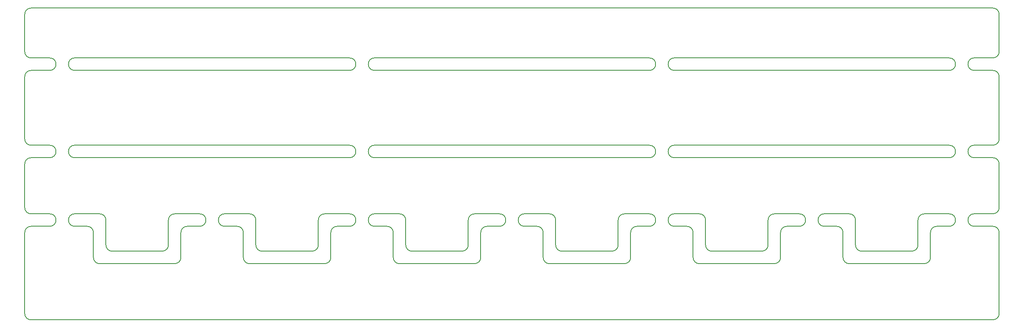
<source format=gm1>
G04 #@! TF.FileFunction,Profile,NP*
%FSLAX46Y46*%
G04 Gerber Fmt 4.6, Leading zero omitted, Abs format (unit mm)*
G04 Created by KiCad (PCBNEW 4.0.1-3.201512221401+6198~38~ubuntu15.10.1-stable) date Fri Feb 19 22:01:03 2016*
%MOMM*%
G01*
G04 APERTURE LIST*
%ADD10C,0.101600*%
%ADD11C,0.150000*%
G04 APERTURE END LIST*
D10*
D11*
X5080000Y50800000D02*
G75*
G03X5080000Y53340000I0J1270000D01*
G01*
X10160000Y53340000D02*
G75*
G03X10160000Y50800000I0J-1270000D01*
G01*
X5080000Y50800000D02*
X1270000Y50800000D01*
X1270000Y53340000D02*
X5080000Y53340000D01*
X5080000Y19050000D02*
X1270000Y19050000D01*
X5080000Y21590000D02*
X1270000Y21590000D01*
X5080000Y19050000D02*
G75*
G03X5080000Y21590000I0J1270000D01*
G01*
X10160000Y21590000D02*
G75*
G03X10160000Y19050000I0J-1270000D01*
G01*
X10160000Y35560000D02*
G75*
G03X10160000Y33020000I0J-1270000D01*
G01*
X5080000Y33020000D02*
G75*
G03X5080000Y35560000I0J1270000D01*
G01*
X5080000Y33020000D02*
X1270000Y33020000D01*
X1270000Y35560000D02*
X5080000Y35560000D01*
X12700000Y19050000D02*
X10160000Y19050000D01*
X15240000Y21590000D02*
X10160000Y21590000D01*
X16510000Y20320000D02*
G75*
G03X15240000Y21590000I-1270000J0D01*
G01*
X13970000Y17780000D02*
G75*
G03X12700000Y19050000I-1270000J0D01*
G01*
X13970000Y12700000D02*
X13970000Y17780000D01*
X16510000Y15240000D02*
X16510000Y20320000D01*
X13970000Y12700000D02*
G75*
G03X15240000Y11430000I1270000J0D01*
G01*
X16510000Y15240000D02*
G75*
G03X17780000Y13970000I1270000J0D01*
G01*
X30480000Y11430000D02*
X15240000Y11430000D01*
X27940000Y13970000D02*
X17780000Y13970000D01*
X66040000Y33020000D02*
G75*
G03X66040000Y35560000I0J1270000D01*
G01*
X71120000Y35560000D02*
G75*
G03X71120000Y33020000I0J-1270000D01*
G01*
X127000000Y33020000D02*
G75*
G03X127000000Y35560000I0J1270000D01*
G01*
X132080000Y35560000D02*
G75*
G03X132080000Y33020000I0J-1270000D01*
G01*
X187960000Y33020000D02*
G75*
G03X187960000Y35560000I0J1270000D01*
G01*
X193040000Y35560000D02*
G75*
G03X193040000Y33020000I0J-1270000D01*
G01*
X193040000Y53340000D02*
G75*
G03X193040000Y50800000I0J-1270000D01*
G01*
X187960000Y50800000D02*
G75*
G03X187960000Y53340000I0J1270000D01*
G01*
X132080000Y53340000D02*
G75*
G03X132080000Y50800000I0J-1270000D01*
G01*
X127000000Y50800000D02*
G75*
G03X127000000Y53340000I0J1270000D01*
G01*
X71120000Y53340000D02*
G75*
G03X71120000Y50800000I0J-1270000D01*
G01*
X66040000Y50800000D02*
G75*
G03X66040000Y53340000I0J1270000D01*
G01*
X1270000Y63500000D02*
G75*
G03X0Y62230000I0J-1270000D01*
G01*
X0Y62230000D02*
X0Y54610000D01*
X196850000Y63500000D02*
X1270000Y63500000D01*
X198120000Y62230000D02*
X198120000Y54610000D01*
X198120000Y62230000D02*
G75*
G03X196850000Y63500000I-1270000J0D01*
G01*
X196850000Y53340000D02*
G75*
G03X198120000Y54610000I0J1270000D01*
G01*
X198120000Y49530000D02*
X198120000Y36830000D01*
X196850000Y35560000D02*
G75*
G03X198120000Y36830000I0J1270000D01*
G01*
X198120000Y49530000D02*
G75*
G03X196850000Y50800000I-1270000J0D01*
G01*
X0Y49530000D02*
X0Y36830000D01*
X0Y36830000D02*
G75*
G03X1270000Y35560000I1270000J0D01*
G01*
X0Y54610000D02*
G75*
G03X1270000Y53340000I1270000J0D01*
G01*
X1270000Y50800000D02*
G75*
G03X0Y49530000I0J-1270000D01*
G01*
X193040000Y33020000D02*
X196850000Y33020000D01*
X132080000Y33020000D02*
X187960000Y33020000D01*
X71120000Y33020000D02*
X127000000Y33020000D01*
X10160000Y33020000D02*
X66040000Y33020000D01*
X193040000Y53340000D02*
X196850000Y53340000D01*
X132080000Y53340000D02*
X187960000Y53340000D01*
X71120000Y53340000D02*
X127000000Y53340000D01*
X66040000Y53340000D02*
X10160000Y53340000D01*
X66040000Y35560000D02*
X10160000Y35560000D01*
X127000000Y35560000D02*
X71120000Y35560000D01*
X187960000Y35560000D02*
X132080000Y35560000D01*
X193040000Y35560000D02*
X196850000Y35560000D01*
X193040000Y50800000D02*
X196850000Y50800000D01*
X132080000Y50800000D02*
X187960000Y50800000D01*
X71120000Y50800000D02*
X127000000Y50800000D01*
X10160000Y50800000D02*
X66040000Y50800000D01*
X196850000Y21590000D02*
X193040000Y21590000D01*
X196850000Y19050000D02*
X193040000Y19050000D01*
X182880000Y11430000D02*
X167640000Y11430000D01*
X184150000Y17780000D02*
X184150000Y12700000D01*
X187960000Y19050000D02*
X185420000Y19050000D01*
X182880000Y21590000D02*
X187960000Y21590000D01*
X181610000Y15240000D02*
X181610000Y20320000D01*
X170180000Y13970000D02*
X180340000Y13970000D01*
X166370000Y17780000D02*
X166370000Y12700000D01*
X162560000Y19050000D02*
X165100000Y19050000D01*
X168910000Y20320000D02*
X168910000Y15240000D01*
X162560000Y21590000D02*
X167640000Y21590000D01*
X153670000Y17780000D02*
X153670000Y12700000D01*
X157480000Y19050000D02*
X154940000Y19050000D01*
X152400000Y21590000D02*
X157480000Y21590000D01*
X151130000Y15240000D02*
X151130000Y20320000D01*
X149860000Y13970000D02*
X139700000Y13970000D01*
X137160000Y11430000D02*
X152400000Y11430000D01*
X138430000Y15240000D02*
X138430000Y20320000D01*
X135890000Y17780000D02*
X135890000Y12700000D01*
X132080000Y19050000D02*
X134620000Y19050000D01*
X132080000Y21590000D02*
X137160000Y21590000D01*
X127000000Y19050000D02*
X124460000Y19050000D01*
X121920000Y21590000D02*
X127000000Y21590000D01*
X123190000Y17780000D02*
X123190000Y12700000D01*
X120650000Y15240000D02*
X120650000Y20320000D01*
X121920000Y11430000D02*
X106680000Y11430000D01*
X109220000Y13970000D02*
X119380000Y13970000D01*
X107950000Y15240000D02*
X107950000Y20320000D01*
X105410000Y17780000D02*
X105410000Y12700000D01*
X104140000Y19050000D02*
X101600000Y19050000D01*
X101600000Y21590000D02*
X106680000Y21590000D01*
X96520000Y19050000D02*
X93980000Y19050000D01*
X91440000Y21590000D02*
X96520000Y21590000D01*
X92710000Y17780000D02*
X92710000Y12700000D01*
X90170000Y15240000D02*
X90170000Y20320000D01*
X91440000Y11430000D02*
X76200000Y11430000D01*
X78740000Y13970000D02*
X88900000Y13970000D01*
X77470000Y20320000D02*
X77470000Y15240000D01*
X74930000Y17780000D02*
X74930000Y12700000D01*
X71120000Y19050000D02*
X73660000Y19050000D01*
X71120000Y21590000D02*
X76200000Y21590000D01*
X66040000Y21590000D02*
X60960000Y21590000D01*
X63500000Y19050000D02*
X66040000Y19050000D01*
X62230000Y17780000D02*
X62230000Y12700000D01*
X59690000Y20320000D02*
X59690000Y15240000D01*
X45720000Y11430000D02*
X60960000Y11430000D01*
X48260000Y13970000D02*
X58420000Y13970000D01*
X44450000Y17780000D02*
X44450000Y12700000D01*
X46990000Y20320000D02*
X46990000Y15240000D01*
X40640000Y19050000D02*
X43180000Y19050000D01*
X40640000Y21590000D02*
X45720000Y21590000D01*
X35560000Y19050000D02*
X33020000Y19050000D01*
X30480000Y21590000D02*
X35560000Y21590000D01*
X31750000Y17780000D02*
X31750000Y12700000D01*
X29210000Y20320000D02*
X29210000Y15240000D01*
X0Y17780000D02*
X0Y1270000D01*
X0Y31750000D02*
X0Y22860000D01*
X198120000Y1270000D02*
X198120000Y17780000D01*
X1270000Y0D02*
X196850000Y0D01*
X198120000Y22860000D02*
X198120000Y31750000D01*
X1270000Y33020000D02*
G75*
G03X0Y31750000I0J-1270000D01*
G01*
X0Y1270000D02*
G75*
G03X1270000Y0I1270000J0D01*
G01*
X1270000Y19050000D02*
G75*
G03X0Y17780000I0J-1270000D01*
G01*
X0Y22860000D02*
G75*
G03X1270000Y21590000I1270000J0D01*
G01*
X30480000Y11430000D02*
G75*
G03X31750000Y12700000I0J1270000D01*
G01*
X27940000Y13970000D02*
G75*
G03X29210000Y15240000I0J1270000D01*
G01*
X30480000Y21590000D02*
G75*
G03X29210000Y20320000I0J-1270000D01*
G01*
X33020000Y19050000D02*
G75*
G03X31750000Y17780000I0J-1270000D01*
G01*
X44450000Y12700000D02*
G75*
G03X45720000Y11430000I1270000J0D01*
G01*
X46990000Y15240000D02*
G75*
G03X48260000Y13970000I1270000J0D01*
G01*
X44450000Y17780000D02*
G75*
G03X43180000Y19050000I-1270000J0D01*
G01*
X46990000Y20320000D02*
G75*
G03X45720000Y21590000I-1270000J0D01*
G01*
X60960000Y11430000D02*
G75*
G03X62230000Y12700000I0J1270000D01*
G01*
X58420000Y13970000D02*
G75*
G03X59690000Y15240000I0J1270000D01*
G01*
X60960000Y21590000D02*
G75*
G03X59690000Y20320000I0J-1270000D01*
G01*
X63500000Y19050000D02*
G75*
G03X62230000Y17780000I0J-1270000D01*
G01*
X74930000Y12700000D02*
G75*
G03X76200000Y11430000I1270000J0D01*
G01*
X77470000Y15240000D02*
G75*
G03X78740000Y13970000I1270000J0D01*
G01*
X74930000Y17780000D02*
G75*
G03X73660000Y19050000I-1270000J0D01*
G01*
X77470000Y20320000D02*
G75*
G03X76200000Y21590000I-1270000J0D01*
G01*
X91440000Y11430000D02*
G75*
G03X92710000Y12700000I0J1270000D01*
G01*
X88900000Y13970000D02*
G75*
G03X90170000Y15240000I0J1270000D01*
G01*
X91440000Y21590000D02*
G75*
G03X90170000Y20320000I0J-1270000D01*
G01*
X93980000Y19050000D02*
G75*
G03X92710000Y17780000I0J-1270000D01*
G01*
X105410000Y12700000D02*
G75*
G03X106680000Y11430000I1270000J0D01*
G01*
X107950000Y15240000D02*
G75*
G03X109220000Y13970000I1270000J0D01*
G01*
X105410000Y17780000D02*
G75*
G03X104140000Y19050000I-1270000J0D01*
G01*
X107950000Y20320000D02*
G75*
G03X106680000Y21590000I-1270000J0D01*
G01*
X121920000Y11430000D02*
G75*
G03X123190000Y12700000I0J1270000D01*
G01*
X119380000Y13970000D02*
G75*
G03X120650000Y15240000I0J1270000D01*
G01*
X121920000Y21590000D02*
G75*
G03X120650000Y20320000I0J-1270000D01*
G01*
X124460000Y19050000D02*
G75*
G03X123190000Y17780000I0J-1270000D01*
G01*
X138430000Y20320000D02*
G75*
G03X137160000Y21590000I-1270000J0D01*
G01*
X135890000Y17780000D02*
G75*
G03X134620000Y19050000I-1270000J0D01*
G01*
X135890000Y12700000D02*
G75*
G03X137160000Y11430000I1270000J0D01*
G01*
X138430000Y15240000D02*
G75*
G03X139700000Y13970000I1270000J0D01*
G01*
X152400000Y11430000D02*
G75*
G03X153670000Y12700000I0J1270000D01*
G01*
X149860000Y13970000D02*
G75*
G03X151130000Y15240000I0J1270000D01*
G01*
X152400000Y21590000D02*
G75*
G03X151130000Y20320000I0J-1270000D01*
G01*
X154940000Y19050000D02*
G75*
G03X153670000Y17780000I0J-1270000D01*
G01*
X168910000Y20320000D02*
G75*
G03X167640000Y21590000I-1270000J0D01*
G01*
X166370000Y17780000D02*
G75*
G03X165100000Y19050000I-1270000J0D01*
G01*
X166370000Y12700000D02*
G75*
G03X167640000Y11430000I1270000J0D01*
G01*
X168910000Y15240000D02*
G75*
G03X170180000Y13970000I1270000J0D01*
G01*
X180340000Y13970000D02*
G75*
G03X181610000Y15240000I0J1270000D01*
G01*
X182880000Y11430000D02*
G75*
G03X184150000Y12700000I0J1270000D01*
G01*
X198120000Y31750000D02*
G75*
G03X196850000Y33020000I-1270000J0D01*
G01*
X196850000Y0D02*
G75*
G03X198120000Y1270000I0J1270000D01*
G01*
X198120000Y17780000D02*
G75*
G03X196850000Y19050000I-1270000J0D01*
G01*
X196850000Y21590000D02*
G75*
G03X198120000Y22860000I0J1270000D01*
G01*
X182880000Y21590000D02*
G75*
G03X181610000Y20320000I0J-1270000D01*
G01*
X185420000Y19050000D02*
G75*
G03X184150000Y17780000I0J-1270000D01*
G01*
X35560000Y19050000D02*
G75*
G03X35560000Y21590000I0J1270000D01*
G01*
X40640000Y21590000D02*
G75*
G03X40640000Y19050000I0J-1270000D01*
G01*
X66040000Y19050000D02*
G75*
G03X66040000Y21590000I0J1270000D01*
G01*
X71120000Y21590000D02*
G75*
G03X71120000Y19050000I0J-1270000D01*
G01*
X96520000Y19050000D02*
G75*
G03X96520000Y21590000I0J1270000D01*
G01*
X101600000Y21590000D02*
G75*
G03X101600000Y19050000I0J-1270000D01*
G01*
X127000000Y19050000D02*
G75*
G03X127000000Y21590000I0J1270000D01*
G01*
X132080000Y21590000D02*
G75*
G03X132080000Y19050000I0J-1270000D01*
G01*
X157480000Y19050000D02*
G75*
G03X157480000Y21590000I0J1270000D01*
G01*
X162560000Y21590000D02*
G75*
G03X162560000Y19050000I0J-1270000D01*
G01*
X193040000Y21590000D02*
G75*
G03X193040000Y19050000I0J-1270000D01*
G01*
X187960000Y19050000D02*
G75*
G03X187960000Y21590000I0J1270000D01*
G01*
M02*

</source>
